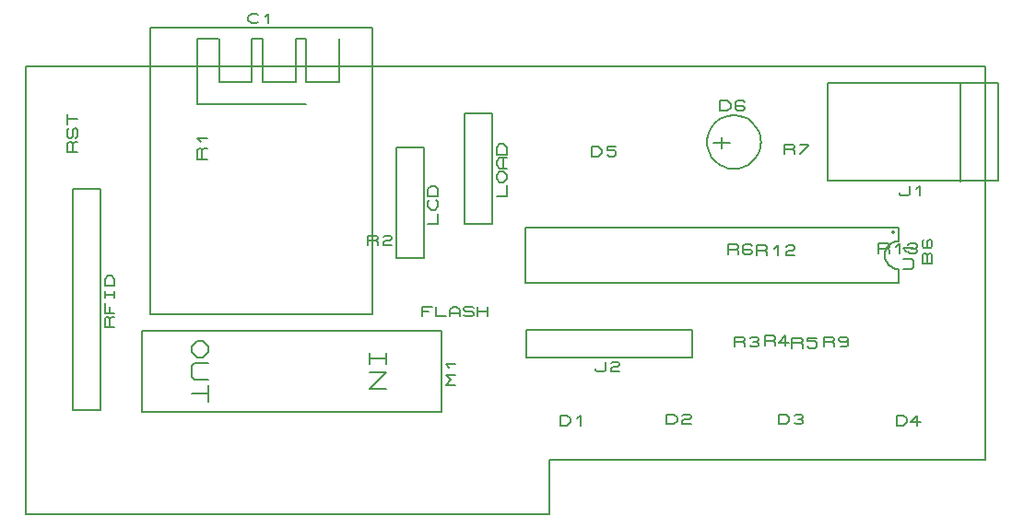
<source format=gbr>
G04 PROTEUS GERBER X2 FILE*
%TF.GenerationSoftware,Labcenter,Proteus,8.6-SP2-Build23525*%
%TF.CreationDate,2019-05-24T14:24:23+00:00*%
%TF.FileFunction,Legend,Top*%
%TF.FilePolarity,Positive*%
%TF.Part,Single*%
%FSLAX45Y45*%
%MOMM*%
G01*
%TA.AperFunction,Material*%
%ADD28C,0.203200*%
%TA.AperFunction,Profile*%
%ADD25C,0.203200*%
%TD.AperFunction*%
D28*
X-5750000Y+5280000D02*
X-3710000Y+5280000D01*
X-3710000Y+7910000D01*
X-5750000Y+7910000D01*
X-5750000Y+5280000D01*
X-5270000Y+7810000D02*
X-5130000Y+7810000D01*
X-5120000Y+7810000D02*
X-5120000Y+7410000D01*
X-4820000Y+7410000D01*
X-4820000Y+7810000D01*
X-4720000Y+7810000D01*
X-4720000Y+7410000D01*
X-4420000Y+7410000D01*
X-4420000Y+7810000D01*
X-4320000Y+7810000D01*
X-4320000Y+7410000D01*
X-4020000Y+7410000D01*
X-4020000Y+7810000D01*
X-5320000Y+7810000D02*
X-5320000Y+7210000D01*
X-4320000Y+7210000D01*
X-5220000Y+7810000D02*
X-5320000Y+7810000D01*
X-4761750Y+7965880D02*
X-4777625Y+7950640D01*
X-4825250Y+7950640D01*
X-4857000Y+7981120D01*
X-4857000Y+8011600D01*
X-4825250Y+8042080D01*
X-4777625Y+8042080D01*
X-4761750Y+8026840D01*
X-4698250Y+8011600D02*
X-4666500Y+8042080D01*
X-4666500Y+7950640D01*
X-5230480Y+6703000D02*
X-5321920Y+6703000D01*
X-5321920Y+6782375D01*
X-5306680Y+6798250D01*
X-5291440Y+6798250D01*
X-5276200Y+6782375D01*
X-5276200Y+6703000D01*
X-5276200Y+6782375D02*
X-5260960Y+6798250D01*
X-5230480Y+6798250D01*
X-5291440Y+6861750D02*
X-5321920Y+6893500D01*
X-5230480Y+6893500D01*
X-6420480Y+6769500D02*
X-6511920Y+6769500D01*
X-6511920Y+6848875D01*
X-6496680Y+6864750D01*
X-6481440Y+6864750D01*
X-6466200Y+6848875D01*
X-6466200Y+6769500D01*
X-6466200Y+6848875D02*
X-6450960Y+6864750D01*
X-6420480Y+6864750D01*
X-6435720Y+6896500D02*
X-6420480Y+6912375D01*
X-6420480Y+6975875D01*
X-6435720Y+6991750D01*
X-6450960Y+6991750D01*
X-6466200Y+6975875D01*
X-6466200Y+6912375D01*
X-6481440Y+6896500D01*
X-6496680Y+6896500D01*
X-6511920Y+6912375D01*
X-6511920Y+6975875D01*
X-6496680Y+6991750D01*
X-6511920Y+7023500D02*
X-6511920Y+7118750D01*
X-6511920Y+7071125D02*
X-6420480Y+7071125D01*
X-3497000Y+5791000D02*
X-3243000Y+5791000D01*
X-3243000Y+6807000D01*
X-3497000Y+6807000D01*
X-3497000Y+5791000D01*
X-3202360Y+6108500D02*
X-3110920Y+6108500D01*
X-3110920Y+6203750D01*
X-3126160Y+6330750D02*
X-3110920Y+6314875D01*
X-3110920Y+6267250D01*
X-3141400Y+6235500D01*
X-3171880Y+6235500D01*
X-3202360Y+6267250D01*
X-3202360Y+6314875D01*
X-3187120Y+6330750D01*
X-3110920Y+6362500D02*
X-3202360Y+6362500D01*
X-3202360Y+6426000D01*
X-3171880Y+6457750D01*
X-3141400Y+6457750D01*
X-3110920Y+6426000D01*
X-3110920Y+6362500D01*
X-2867000Y+6111000D02*
X-2613000Y+6111000D01*
X-2613000Y+7127000D01*
X-2867000Y+7127000D01*
X-2867000Y+6111000D01*
X-2572360Y+6365000D02*
X-2480920Y+6365000D01*
X-2480920Y+6460250D01*
X-2541880Y+6492000D02*
X-2572360Y+6523750D01*
X-2572360Y+6555500D01*
X-2541880Y+6587250D01*
X-2511400Y+6587250D01*
X-2480920Y+6555500D01*
X-2480920Y+6523750D01*
X-2511400Y+6492000D01*
X-2541880Y+6492000D01*
X-2480920Y+6619000D02*
X-2541880Y+6619000D01*
X-2572360Y+6650750D01*
X-2572360Y+6682500D01*
X-2541880Y+6714250D01*
X-2480920Y+6714250D01*
X-2511400Y+6619000D02*
X-2511400Y+6714250D01*
X-2480920Y+6746000D02*
X-2572360Y+6746000D01*
X-2572360Y+6809500D01*
X-2541880Y+6841250D01*
X-2511400Y+6841250D01*
X-2480920Y+6809500D01*
X-2480920Y+6746000D01*
X-6467000Y+4395000D02*
X-6213000Y+4395000D01*
X-6213000Y+6427000D01*
X-6467000Y+6427000D01*
X-6467000Y+4395000D01*
X-6080920Y+5157000D02*
X-6172360Y+5157000D01*
X-6172360Y+5236375D01*
X-6157120Y+5252250D01*
X-6141880Y+5252250D01*
X-6126640Y+5236375D01*
X-6126640Y+5157000D01*
X-6126640Y+5236375D02*
X-6111400Y+5252250D01*
X-6080920Y+5252250D01*
X-6080920Y+5284000D02*
X-6172360Y+5284000D01*
X-6172360Y+5379250D01*
X-6126640Y+5284000D02*
X-6126640Y+5347500D01*
X-6172360Y+5426875D02*
X-6172360Y+5490375D01*
X-6172360Y+5458625D02*
X-6080920Y+5458625D01*
X-6080920Y+5426875D02*
X-6080920Y+5490375D01*
X-6080920Y+5538000D02*
X-6172360Y+5538000D01*
X-6172360Y+5601500D01*
X-6141880Y+5633250D01*
X-6111400Y+5633250D01*
X-6080920Y+5601500D01*
X-6080920Y+5538000D01*
X-3757000Y+5910480D02*
X-3757000Y+6001920D01*
X-3677625Y+6001920D01*
X-3661750Y+5986680D01*
X-3661750Y+5971440D01*
X-3677625Y+5956200D01*
X-3757000Y+5956200D01*
X-3677625Y+5956200D02*
X-3661750Y+5940960D01*
X-3661750Y+5910480D01*
X-3614125Y+5986680D02*
X-3598250Y+6001920D01*
X-3550625Y+6001920D01*
X-3534750Y+5986680D01*
X-3534750Y+5971440D01*
X-3550625Y+5956200D01*
X-3598250Y+5956200D01*
X-3614125Y+5940960D01*
X-3614125Y+5910480D01*
X-3534750Y+5910480D01*
X-5830000Y+4380000D02*
X-3080000Y+4380000D01*
X-3080000Y+5130000D01*
X-5830000Y+5130000D01*
X-5830000Y+4380000D01*
X-3590800Y+4924600D02*
X-3590800Y+4823000D01*
X-3590800Y+4873800D02*
X-3743200Y+4873800D01*
X-3743200Y+4924600D02*
X-3743200Y+4823000D01*
X-3743200Y+4746800D02*
X-3590800Y+4746800D01*
X-3743200Y+4594400D01*
X-3590800Y+4594400D01*
X-5271600Y+5030000D02*
X-5220800Y+4979200D01*
X-5220800Y+4928400D01*
X-5271600Y+4877600D01*
X-5322400Y+4877600D01*
X-5373200Y+4928400D01*
X-5373200Y+4979200D01*
X-5322400Y+5030000D01*
X-5271600Y+5030000D01*
X-5220800Y+4826800D02*
X-5347800Y+4826800D01*
X-5373200Y+4801400D01*
X-5373200Y+4699800D01*
X-5347800Y+4674400D01*
X-5220800Y+4674400D01*
X-5220800Y+4623600D02*
X-5220800Y+4471200D01*
X-5220800Y+4547400D02*
X-5373200Y+4547400D01*
X-2947920Y+4628000D02*
X-3039360Y+4628000D01*
X-2993640Y+4675625D01*
X-3039360Y+4723250D01*
X-2947920Y+4723250D01*
X-3008880Y+4786750D02*
X-3039360Y+4818500D01*
X-2947920Y+4818500D01*
X-3257500Y+5258080D02*
X-3257500Y+5349520D01*
X-3162250Y+5349520D01*
X-3257500Y+5303800D02*
X-3194000Y+5303800D01*
X-3130500Y+5349520D02*
X-3130500Y+5258080D01*
X-3035250Y+5258080D01*
X-3003500Y+5258080D02*
X-3003500Y+5319040D01*
X-2971750Y+5349520D01*
X-2940000Y+5349520D01*
X-2908250Y+5319040D01*
X-2908250Y+5258080D01*
X-3003500Y+5288560D02*
X-2908250Y+5288560D01*
X-2876500Y+5273320D02*
X-2860625Y+5258080D01*
X-2797125Y+5258080D01*
X-2781250Y+5273320D01*
X-2781250Y+5288560D01*
X-2797125Y+5303800D01*
X-2860625Y+5303800D01*
X-2876500Y+5319040D01*
X-2876500Y+5334280D01*
X-2860625Y+5349520D01*
X-2797125Y+5349520D01*
X-2781250Y+5334280D01*
X-2749500Y+5258080D02*
X-2749500Y+5349520D01*
X-2654250Y+5349520D02*
X-2654250Y+5258080D01*
X-2749500Y+5303800D02*
X-2654250Y+5303800D01*
X+1121500Y+6075000D02*
X-2307500Y+6075000D01*
X-2307500Y+5567000D01*
X+1121500Y+5567000D01*
X+1121500Y+6075000D02*
X+1121500Y+5948000D01*
X+1121500Y+5567000D02*
X+1121500Y+5694000D01*
X+1121500Y+5948000D02*
X+1095532Y+5945473D01*
X+1071518Y+5938202D01*
X+1049923Y+5926652D01*
X+1031211Y+5911289D01*
X+1015848Y+5892577D01*
X+1004298Y+5870981D01*
X+997027Y+5846967D01*
X+994500Y+5821000D01*
X+1121500Y+5694000D02*
X+1095532Y+5696527D01*
X+1071518Y+5703798D01*
X+1049923Y+5715347D01*
X+1031211Y+5730711D01*
X+1015848Y+5749423D01*
X+1004298Y+5771018D01*
X+997027Y+5795032D01*
X+994500Y+5821000D01*
X+1077884Y+6034360D02*
X+1077859Y+6034957D01*
X+1077657Y+6036153D01*
X+1077233Y+6037349D01*
X+1076539Y+6038545D01*
X+1075479Y+6039724D01*
X+1074283Y+6040587D01*
X+1073087Y+6041136D01*
X+1071891Y+6041445D01*
X+1070700Y+6041544D01*
X+1063516Y+6034360D02*
X+1063541Y+6034957D01*
X+1063743Y+6036153D01*
X+1064167Y+6037349D01*
X+1064861Y+6038545D01*
X+1065921Y+6039724D01*
X+1067117Y+6040587D01*
X+1068313Y+6041136D01*
X+1069509Y+6041445D01*
X+1070700Y+6041544D01*
X+1063516Y+6034360D02*
X+1063541Y+6033763D01*
X+1063743Y+6032567D01*
X+1064167Y+6031371D01*
X+1064861Y+6030175D01*
X+1065921Y+6028996D01*
X+1067117Y+6028133D01*
X+1068313Y+6027584D01*
X+1069509Y+6027275D01*
X+1070700Y+6027176D01*
X+1077884Y+6034360D02*
X+1077859Y+6033763D01*
X+1077657Y+6032567D01*
X+1077233Y+6031371D01*
X+1076539Y+6030175D01*
X+1075479Y+6028996D01*
X+1074283Y+6028133D01*
X+1073087Y+6027584D01*
X+1071891Y+6027275D01*
X+1070700Y+6027176D01*
X+1162140Y+5694000D02*
X+1238340Y+5694000D01*
X+1253580Y+5709875D01*
X+1253580Y+5773375D01*
X+1238340Y+5789250D01*
X+1162140Y+5789250D01*
X+1192620Y+5852750D02*
X+1162140Y+5884500D01*
X+1253580Y+5884500D01*
X-1989000Y+4258080D02*
X-1989000Y+4349520D01*
X-1925500Y+4349520D01*
X-1893750Y+4319040D01*
X-1893750Y+4288560D01*
X-1925500Y+4258080D01*
X-1989000Y+4258080D01*
X-1830250Y+4319040D02*
X-1798500Y+4349520D01*
X-1798500Y+4258080D01*
X-1009000Y+4268080D02*
X-1009000Y+4359520D01*
X-945500Y+4359520D01*
X-913750Y+4329040D01*
X-913750Y+4298560D01*
X-945500Y+4268080D01*
X-1009000Y+4268080D01*
X-866125Y+4344280D02*
X-850250Y+4359520D01*
X-802625Y+4359520D01*
X-786750Y+4344280D01*
X-786750Y+4329040D01*
X-802625Y+4313800D01*
X-850250Y+4313800D01*
X-866125Y+4298560D01*
X-866125Y+4268080D01*
X-786750Y+4268080D01*
X+21000Y+4268080D02*
X+21000Y+4359520D01*
X+84500Y+4359520D01*
X+116250Y+4329040D01*
X+116250Y+4298560D01*
X+84500Y+4268080D01*
X+21000Y+4268080D01*
X+163875Y+4344280D02*
X+179750Y+4359520D01*
X+227375Y+4359520D01*
X+243250Y+4344280D01*
X+243250Y+4329040D01*
X+227375Y+4313800D01*
X+243250Y+4298560D01*
X+243250Y+4283320D01*
X+227375Y+4268080D01*
X+179750Y+4268080D01*
X+163875Y+4283320D01*
X+195625Y+4313800D02*
X+227375Y+4313800D01*
X+1101000Y+4258080D02*
X+1101000Y+4349520D01*
X+1164500Y+4349520D01*
X+1196250Y+4319040D01*
X+1196250Y+4288560D01*
X+1164500Y+4258080D01*
X+1101000Y+4258080D01*
X+1323250Y+4288560D02*
X+1228000Y+4288560D01*
X+1291500Y+4349520D01*
X+1291500Y+4258080D01*
X-1699000Y+6728080D02*
X-1699000Y+6819520D01*
X-1635500Y+6819520D01*
X-1603750Y+6789040D01*
X-1603750Y+6758560D01*
X-1635500Y+6728080D01*
X-1699000Y+6728080D01*
X-1476750Y+6819520D02*
X-1556125Y+6819520D01*
X-1556125Y+6789040D01*
X-1492625Y+6789040D01*
X-1476750Y+6773800D01*
X-1476750Y+6743320D01*
X-1492625Y+6728080D01*
X-1540250Y+6728080D01*
X-1556125Y+6743320D01*
X+1429520Y+5743000D02*
X+1338080Y+5743000D01*
X+1338080Y+5822375D01*
X+1353320Y+5838250D01*
X+1368560Y+5838250D01*
X+1383800Y+5822375D01*
X+1399040Y+5838250D01*
X+1414280Y+5838250D01*
X+1429520Y+5822375D01*
X+1429520Y+5743000D01*
X+1383800Y+5743000D02*
X+1383800Y+5822375D01*
X+1353320Y+5965250D02*
X+1338080Y+5949375D01*
X+1338080Y+5901750D01*
X+1353320Y+5885875D01*
X+1414280Y+5885875D01*
X+1429520Y+5901750D01*
X+1429520Y+5949375D01*
X+1414280Y+5965250D01*
X+1399040Y+5965250D01*
X+1383800Y+5949375D01*
X+1383800Y+5885875D01*
X-2299000Y+4883000D02*
X-775000Y+4883000D01*
X-775000Y+5137000D01*
X-2299000Y+5137000D01*
X-2299000Y+4883000D01*
X-1664000Y+4781400D02*
X-1664000Y+4766160D01*
X-1648125Y+4750920D01*
X-1584625Y+4750920D01*
X-1568750Y+4766160D01*
X-1568750Y+4842360D01*
X-1521125Y+4827120D02*
X-1505250Y+4842360D01*
X-1457625Y+4842360D01*
X-1441750Y+4827120D01*
X-1441750Y+4811880D01*
X-1457625Y+4796640D01*
X-1505250Y+4796640D01*
X-1521125Y+4781400D01*
X-1521125Y+4750920D01*
X-1441750Y+4750920D01*
X-389000Y+4978080D02*
X-389000Y+5069520D01*
X-309625Y+5069520D01*
X-293750Y+5054280D01*
X-293750Y+5039040D01*
X-309625Y+5023800D01*
X-389000Y+5023800D01*
X-309625Y+5023800D02*
X-293750Y+5008560D01*
X-293750Y+4978080D01*
X-246125Y+5054280D02*
X-230250Y+5069520D01*
X-182625Y+5069520D01*
X-166750Y+5054280D01*
X-166750Y+5039040D01*
X-182625Y+5023800D01*
X-166750Y+5008560D01*
X-166750Y+4993320D01*
X-182625Y+4978080D01*
X-230250Y+4978080D01*
X-246125Y+4993320D01*
X-214375Y+5023800D02*
X-182625Y+5023800D01*
X-109000Y+4988080D02*
X-109000Y+5079520D01*
X-29625Y+5079520D01*
X-13750Y+5064280D01*
X-13750Y+5049040D01*
X-29625Y+5033800D01*
X-109000Y+5033800D01*
X-29625Y+5033800D02*
X-13750Y+5018560D01*
X-13750Y+4988080D01*
X+113250Y+5018560D02*
X+18000Y+5018560D01*
X+81500Y+5079520D01*
X+81500Y+4988080D01*
X+141000Y+4968080D02*
X+141000Y+5059520D01*
X+220375Y+5059520D01*
X+236250Y+5044280D01*
X+236250Y+5029040D01*
X+220375Y+5013800D01*
X+141000Y+5013800D01*
X+220375Y+5013800D02*
X+236250Y+4998560D01*
X+236250Y+4968080D01*
X+363250Y+5059520D02*
X+283875Y+5059520D01*
X+283875Y+5029040D01*
X+347375Y+5029040D01*
X+363250Y+5013800D01*
X+363250Y+4983320D01*
X+347375Y+4968080D01*
X+299750Y+4968080D01*
X+283875Y+4983320D01*
X-449000Y+5828080D02*
X-449000Y+5919520D01*
X-369625Y+5919520D01*
X-353750Y+5904280D01*
X-353750Y+5889040D01*
X-369625Y+5873800D01*
X-449000Y+5873800D01*
X-369625Y+5873800D02*
X-353750Y+5858560D01*
X-353750Y+5828080D01*
X-226750Y+5904280D02*
X-242625Y+5919520D01*
X-290250Y+5919520D01*
X-306125Y+5904280D01*
X-306125Y+5843320D01*
X-290250Y+5828080D01*
X-242625Y+5828080D01*
X-226750Y+5843320D01*
X-226750Y+5858560D01*
X-242625Y+5873800D01*
X-306125Y+5873800D01*
X+431000Y+4978080D02*
X+431000Y+5069520D01*
X+510375Y+5069520D01*
X+526250Y+5054280D01*
X+526250Y+5039040D01*
X+510375Y+5023800D01*
X+431000Y+5023800D01*
X+510375Y+5023800D02*
X+526250Y+5008560D01*
X+526250Y+4978080D01*
X+653250Y+5039040D02*
X+637375Y+5023800D01*
X+589750Y+5023800D01*
X+573875Y+5039040D01*
X+573875Y+5054280D01*
X+589750Y+5069520D01*
X+637375Y+5069520D01*
X+653250Y+5054280D01*
X+653250Y+4993320D01*
X+637375Y+4978080D01*
X+589750Y+4978080D01*
X+937500Y+5838080D02*
X+937500Y+5929520D01*
X+1016875Y+5929520D01*
X+1032750Y+5914280D01*
X+1032750Y+5899040D01*
X+1016875Y+5883800D01*
X+937500Y+5883800D01*
X+1016875Y+5883800D02*
X+1032750Y+5868560D01*
X+1032750Y+5838080D01*
X+1096250Y+5899040D02*
X+1128000Y+5929520D01*
X+1128000Y+5838080D01*
X+1207375Y+5914280D02*
X+1223250Y+5929520D01*
X+1270875Y+5929520D01*
X+1286750Y+5914280D01*
X+1286750Y+5899040D01*
X+1270875Y+5883800D01*
X+1286750Y+5868560D01*
X+1286750Y+5853320D01*
X+1270875Y+5838080D01*
X+1223250Y+5838080D01*
X+1207375Y+5853320D01*
X+1239125Y+5883800D02*
X+1270875Y+5883800D01*
X-182500Y+5818080D02*
X-182500Y+5909520D01*
X-103125Y+5909520D01*
X-87250Y+5894280D01*
X-87250Y+5879040D01*
X-103125Y+5863800D01*
X-182500Y+5863800D01*
X-103125Y+5863800D02*
X-87250Y+5848560D01*
X-87250Y+5818080D01*
X-23750Y+5879040D02*
X+8000Y+5909520D01*
X+8000Y+5818080D01*
X+87375Y+5894280D02*
X+103250Y+5909520D01*
X+150875Y+5909520D01*
X+166750Y+5894280D01*
X+166750Y+5879040D01*
X+150875Y+5863800D01*
X+103250Y+5863800D01*
X+87375Y+5848560D01*
X+87375Y+5818080D01*
X+166750Y+5818080D01*
X+468000Y+6510000D02*
X+2038000Y+6510000D01*
X+2038000Y+7400000D01*
X+468000Y+7400000D01*
X+468000Y+6510000D01*
X+1688000Y+7410000D02*
X+1688000Y+6500000D01*
X+1126000Y+6398400D02*
X+1126000Y+6383160D01*
X+1141875Y+6367920D01*
X+1205375Y+6367920D01*
X+1221250Y+6383160D01*
X+1221250Y+6459360D01*
X+1284750Y+6428880D02*
X+1316500Y+6459360D01*
X+1316500Y+6367920D01*
X-144412Y+6860000D02*
X-145220Y+6879982D01*
X-151779Y+6919948D01*
X-165467Y+6959914D01*
X-187712Y+6999880D01*
X-221704Y+7039719D01*
X-261670Y+7070509D01*
X-301636Y+7090508D01*
X-341602Y+7102404D01*
X-381568Y+7107368D01*
X-392000Y+7107588D01*
X-639588Y+6860000D02*
X-638780Y+6879982D01*
X-632221Y+6919948D01*
X-618533Y+6959914D01*
X-596288Y+6999880D01*
X-562296Y+7039719D01*
X-522330Y+7070509D01*
X-482364Y+7090508D01*
X-442398Y+7102404D01*
X-402432Y+7107368D01*
X-392000Y+7107588D01*
X-639588Y+6860000D02*
X-638780Y+6840018D01*
X-632221Y+6800052D01*
X-618533Y+6760086D01*
X-596288Y+6720120D01*
X-562296Y+6680281D01*
X-522330Y+6649491D01*
X-482364Y+6629492D01*
X-442398Y+6617596D01*
X-402432Y+6612632D01*
X-392000Y+6612412D01*
X-144412Y+6860000D02*
X-145220Y+6840018D01*
X-151779Y+6800052D01*
X-165467Y+6760086D01*
X-187712Y+6720120D01*
X-221704Y+6680281D01*
X-261670Y+6649491D01*
X-301636Y+6629492D01*
X-341602Y+6617596D01*
X-381568Y+6612632D01*
X-392000Y+6612412D01*
X-582000Y+6853000D02*
X-429600Y+6853000D01*
X-505800Y+6903800D02*
X-505800Y+6802200D01*
X-519000Y+7148228D02*
X-519000Y+7239668D01*
X-455500Y+7239668D01*
X-423750Y+7209188D01*
X-423750Y+7178708D01*
X-455500Y+7148228D01*
X-519000Y+7148228D01*
X-296750Y+7224428D02*
X-312625Y+7239668D01*
X-360250Y+7239668D01*
X-376125Y+7224428D01*
X-376125Y+7163468D01*
X-360250Y+7148228D01*
X-312625Y+7148228D01*
X-296750Y+7163468D01*
X-296750Y+7178708D01*
X-312625Y+7193948D01*
X-376125Y+7193948D01*
X+71000Y+6748080D02*
X+71000Y+6839520D01*
X+150375Y+6839520D01*
X+166250Y+6824280D01*
X+166250Y+6809040D01*
X+150375Y+6793800D01*
X+71000Y+6793800D01*
X+150375Y+6793800D02*
X+166250Y+6778560D01*
X+166250Y+6748080D01*
X+213875Y+6839520D02*
X+293250Y+6839520D01*
X+293250Y+6824280D01*
X+213875Y+6748080D01*
D25*
X-6900000Y+7560000D02*
X+1920000Y+7560000D01*
X-6900000Y+7560000D02*
X-6900000Y+3440000D01*
X+1920000Y+7560000D02*
X+1920000Y+3940000D01*
X-6900000Y+3440000D02*
X-2090000Y+3440000D01*
X-2090000Y+3940000D01*
X+1920000Y+3940000D01*
M02*

</source>
